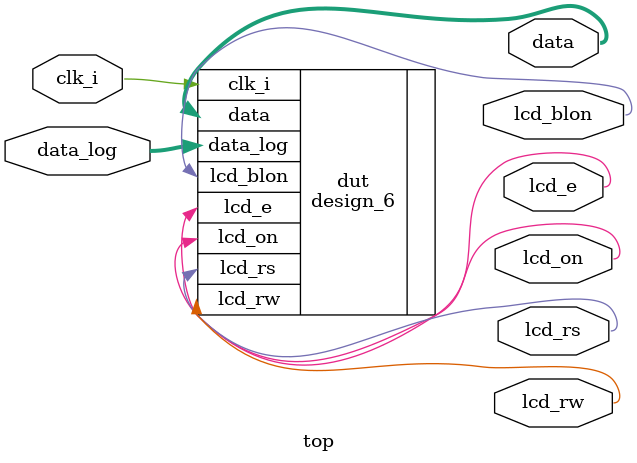
<source format=sv>
module top(
	input logic clk_i,
	input logic [15:0] data_log,
	output logic lcd_e,lcd_rs,lcd_on,lcd_blon,lcd_rw,
	output logic [7:0] data
);
design_6 dut(
	.clk_i(clk_i),
	.lcd_e(lcd_e),
	.lcd_rs(lcd_rs),
	.lcd_on(lcd_on),
	.lcd_blon(lcd_blon),
	.lcd_rw(lcd_rw),
	.data_log(data_log),
	.data(data)
);

endmodule

</source>
